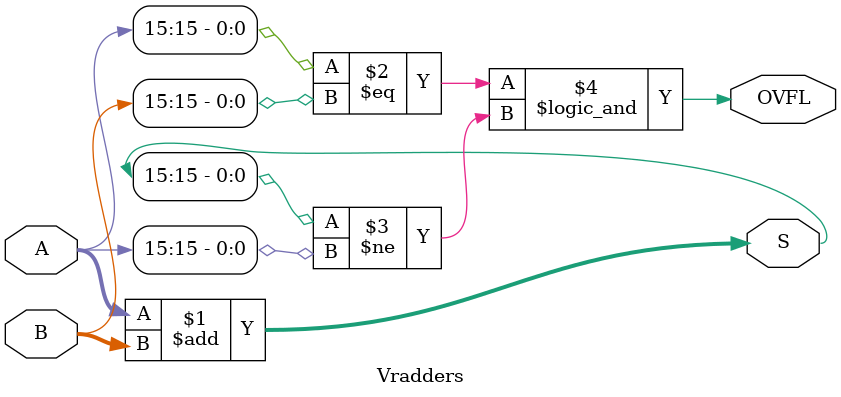
<source format=v>
module Vradders(A, B, S, OVFL);
  parameter WID = 16;
  input [WID-1:0] A, B;
  output [WID-1:0] S;
  output OVFL;

  // S and OVFL -- signed interpretation
  assign S = A + B;
  assign OVFL = (A[WID-1] == B[WID-1]) && (S[WID-1] != A[WID-1]);
  
endmodule
</source>
